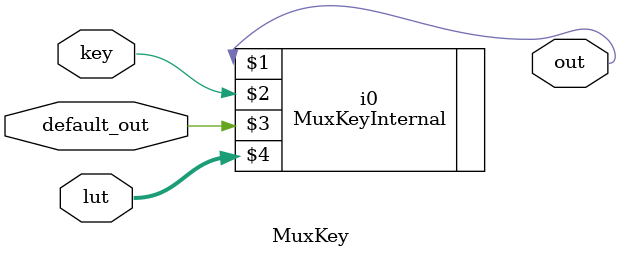
<source format=sv>
module MuxKey #(NR_KEY = 2, KEY_LEN = 1, DATA_LEN = 1) (
  output [DATA_LEN-1:0] out,
  input [KEY_LEN-1:0] key,
  input [DATA_LEN-1:0] default_out,
  input [NR_KEY*(KEY_LEN + DATA_LEN)-1:0] lut
);
  MuxKeyInternal #(NR_KEY, KEY_LEN, DATA_LEN, 1) i0 (out, key, default_out, lut);
endmodule
</source>
